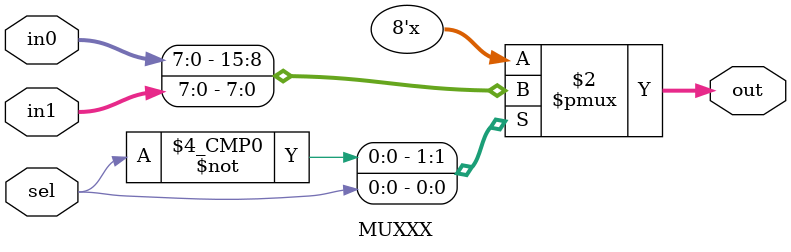
<source format=v>
`timescale 1ns / 1ps


module MUXXX(output reg[7:0] out,
             input sel,
             input[7:0] in0,in1 );
             
             always @(*)
             case(sel)
             0:out=in0;
             1:out=in1;
             endcase
             
endmodule

</source>
